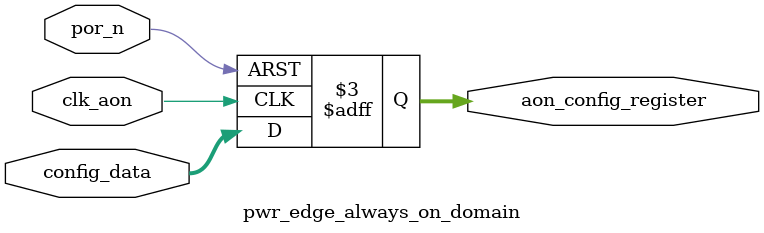
<source format=sv>

module pwr_edge_always_on_domain (
  input wire clk_aon,  // Always-on clock
  input wire por_n,    // Power-on reset (never gated)
  input wire [7:0] config_data,
  output logic [7:0] aon_config_register
);

  // Always-on domain - never powered down
  // Used for wake-up logic, RTC, power management
  
  always_ff @(posedge clk_aon or negedge por_n) begin
    if (!por_n)
      aon_config_register <= 8'hAA;  // Default config
    else
      aon_config_register <= config_data;
  end

endmodule


</source>
